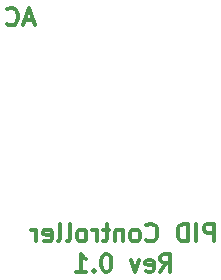
<source format=gbr>
G04 #@! TF.FileFunction,Legend,Bot*
%FSLAX46Y46*%
G04 Gerber Fmt 4.6, Leading zero omitted, Abs format (unit mm)*
G04 Created by KiCad (PCBNEW 4.0.5) date Friday, 17 February 2017 'PMt' 12:17:44 PM*
%MOMM*%
%LPD*%
G01*
G04 APERTURE LIST*
%ADD10C,0.100000*%
%ADD11C,0.300000*%
G04 APERTURE END LIST*
D10*
D11*
X140865856Y-90081571D02*
X140865856Y-88581571D01*
X140294428Y-88581571D01*
X140151570Y-88653000D01*
X140080142Y-88724429D01*
X140008713Y-88867286D01*
X140008713Y-89081571D01*
X140080142Y-89224429D01*
X140151570Y-89295857D01*
X140294428Y-89367286D01*
X140865856Y-89367286D01*
X139365856Y-90081571D02*
X139365856Y-88581571D01*
X138651570Y-90081571D02*
X138651570Y-88581571D01*
X138294427Y-88581571D01*
X138080142Y-88653000D01*
X137937284Y-88795857D01*
X137865856Y-88938714D01*
X137794427Y-89224429D01*
X137794427Y-89438714D01*
X137865856Y-89724429D01*
X137937284Y-89867286D01*
X138080142Y-90010143D01*
X138294427Y-90081571D01*
X138651570Y-90081571D01*
X135151570Y-89938714D02*
X135222999Y-90010143D01*
X135437285Y-90081571D01*
X135580142Y-90081571D01*
X135794427Y-90010143D01*
X135937285Y-89867286D01*
X136008713Y-89724429D01*
X136080142Y-89438714D01*
X136080142Y-89224429D01*
X136008713Y-88938714D01*
X135937285Y-88795857D01*
X135794427Y-88653000D01*
X135580142Y-88581571D01*
X135437285Y-88581571D01*
X135222999Y-88653000D01*
X135151570Y-88724429D01*
X134294427Y-90081571D02*
X134437285Y-90010143D01*
X134508713Y-89938714D01*
X134580142Y-89795857D01*
X134580142Y-89367286D01*
X134508713Y-89224429D01*
X134437285Y-89153000D01*
X134294427Y-89081571D01*
X134080142Y-89081571D01*
X133937285Y-89153000D01*
X133865856Y-89224429D01*
X133794427Y-89367286D01*
X133794427Y-89795857D01*
X133865856Y-89938714D01*
X133937285Y-90010143D01*
X134080142Y-90081571D01*
X134294427Y-90081571D01*
X133151570Y-89081571D02*
X133151570Y-90081571D01*
X133151570Y-89224429D02*
X133080142Y-89153000D01*
X132937284Y-89081571D01*
X132722999Y-89081571D01*
X132580142Y-89153000D01*
X132508713Y-89295857D01*
X132508713Y-90081571D01*
X132008713Y-89081571D02*
X131437284Y-89081571D01*
X131794427Y-88581571D02*
X131794427Y-89867286D01*
X131722999Y-90010143D01*
X131580141Y-90081571D01*
X131437284Y-90081571D01*
X130937284Y-90081571D02*
X130937284Y-89081571D01*
X130937284Y-89367286D02*
X130865856Y-89224429D01*
X130794427Y-89153000D01*
X130651570Y-89081571D01*
X130508713Y-89081571D01*
X129794427Y-90081571D02*
X129937285Y-90010143D01*
X130008713Y-89938714D01*
X130080142Y-89795857D01*
X130080142Y-89367286D01*
X130008713Y-89224429D01*
X129937285Y-89153000D01*
X129794427Y-89081571D01*
X129580142Y-89081571D01*
X129437285Y-89153000D01*
X129365856Y-89224429D01*
X129294427Y-89367286D01*
X129294427Y-89795857D01*
X129365856Y-89938714D01*
X129437285Y-90010143D01*
X129580142Y-90081571D01*
X129794427Y-90081571D01*
X128437284Y-90081571D02*
X128580142Y-90010143D01*
X128651570Y-89867286D01*
X128651570Y-88581571D01*
X127651570Y-90081571D02*
X127794428Y-90010143D01*
X127865856Y-89867286D01*
X127865856Y-88581571D01*
X126508714Y-90010143D02*
X126651571Y-90081571D01*
X126937285Y-90081571D01*
X127080142Y-90010143D01*
X127151571Y-89867286D01*
X127151571Y-89295857D01*
X127080142Y-89153000D01*
X126937285Y-89081571D01*
X126651571Y-89081571D01*
X126508714Y-89153000D01*
X126437285Y-89295857D01*
X126437285Y-89438714D01*
X127151571Y-89581571D01*
X125794428Y-90081571D02*
X125794428Y-89081571D01*
X125794428Y-89367286D02*
X125723000Y-89224429D01*
X125651571Y-89153000D01*
X125508714Y-89081571D01*
X125365857Y-89081571D01*
X136330142Y-92631571D02*
X136830142Y-91917286D01*
X137187285Y-92631571D02*
X137187285Y-91131571D01*
X136615857Y-91131571D01*
X136472999Y-91203000D01*
X136401571Y-91274429D01*
X136330142Y-91417286D01*
X136330142Y-91631571D01*
X136401571Y-91774429D01*
X136472999Y-91845857D01*
X136615857Y-91917286D01*
X137187285Y-91917286D01*
X135115857Y-92560143D02*
X135258714Y-92631571D01*
X135544428Y-92631571D01*
X135687285Y-92560143D01*
X135758714Y-92417286D01*
X135758714Y-91845857D01*
X135687285Y-91703000D01*
X135544428Y-91631571D01*
X135258714Y-91631571D01*
X135115857Y-91703000D01*
X135044428Y-91845857D01*
X135044428Y-91988714D01*
X135758714Y-92131571D01*
X134544428Y-91631571D02*
X134187285Y-92631571D01*
X133830143Y-91631571D01*
X131830143Y-91131571D02*
X131687286Y-91131571D01*
X131544429Y-91203000D01*
X131473000Y-91274429D01*
X131401571Y-91417286D01*
X131330143Y-91703000D01*
X131330143Y-92060143D01*
X131401571Y-92345857D01*
X131473000Y-92488714D01*
X131544429Y-92560143D01*
X131687286Y-92631571D01*
X131830143Y-92631571D01*
X131973000Y-92560143D01*
X132044429Y-92488714D01*
X132115857Y-92345857D01*
X132187286Y-92060143D01*
X132187286Y-91703000D01*
X132115857Y-91417286D01*
X132044429Y-91274429D01*
X131973000Y-91203000D01*
X131830143Y-91131571D01*
X130687286Y-92488714D02*
X130615858Y-92560143D01*
X130687286Y-92631571D01*
X130758715Y-92560143D01*
X130687286Y-92488714D01*
X130687286Y-92631571D01*
X129187286Y-92631571D02*
X130044429Y-92631571D01*
X129615857Y-92631571D02*
X129615857Y-91131571D01*
X129758714Y-91345857D01*
X129901572Y-91488714D01*
X130044429Y-91560143D01*
X125567143Y-71370000D02*
X124852857Y-71370000D01*
X125710000Y-71798571D02*
X125210000Y-70298571D01*
X124710000Y-71798571D01*
X123352857Y-71655714D02*
X123424286Y-71727143D01*
X123638572Y-71798571D01*
X123781429Y-71798571D01*
X123995714Y-71727143D01*
X124138572Y-71584286D01*
X124210000Y-71441429D01*
X124281429Y-71155714D01*
X124281429Y-70941429D01*
X124210000Y-70655714D01*
X124138572Y-70512857D01*
X123995714Y-70370000D01*
X123781429Y-70298571D01*
X123638572Y-70298571D01*
X123424286Y-70370000D01*
X123352857Y-70441429D01*
M02*

</source>
